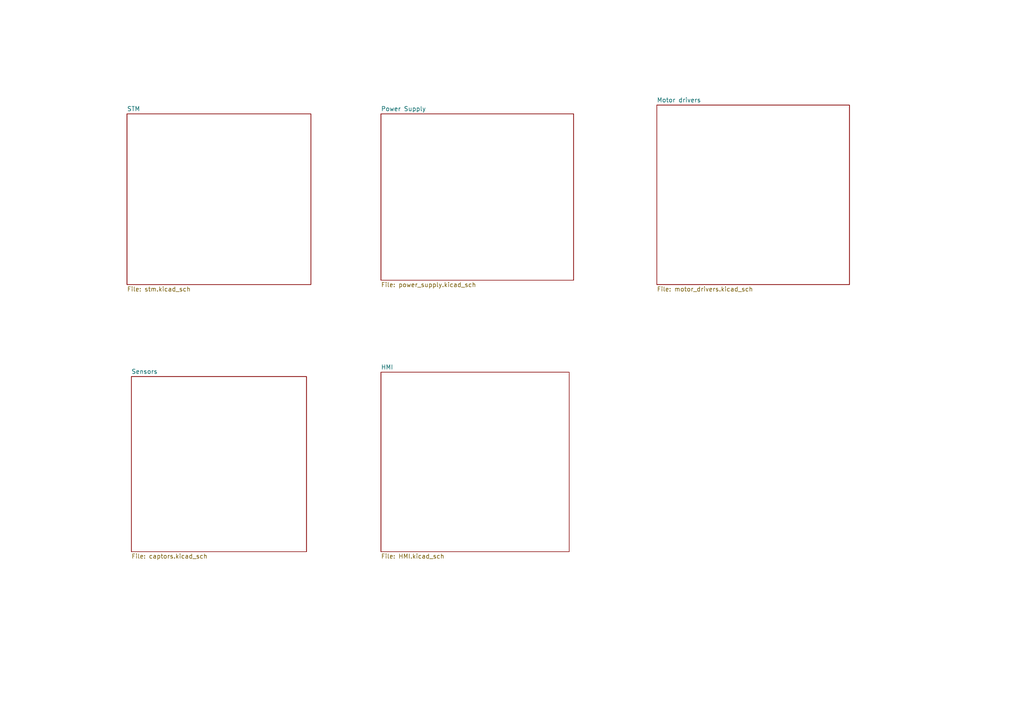
<source format=kicad_sch>
(kicad_sch (version 20230121) (generator eeschema)
  (paper "A4")
  (title_block (title "robot chat") (date "2023-09-19") (rev "1.0") (company "ENSEA"))
  (lib_symbols)
  (sheet (at 190.5 30.48) (size 55.88 52.07) (stroke (width 0.1524))
    (property "Sheetname" "Motor drivers" (at 190.5 29.7684 0) (effects (justify left bottom)))
    (property "Sheetfile" "motor_drivers.kicad_sch" (at 190.5 83.1346 0) (effects (justify left top)))
  )
  (sheet (at 36.83 33.02) (size 53.34 49.53) (stroke (width 0.1524))
    (property "Sheetname" "STM" (at 36.83 32.3084 0) (effects (justify left bottom)))
    (property "Sheetfile" "stm.kicad_sch" (at 36.83 83.1346 0) (effects (justify left top)))
  )
  (sheet (at 110.49 107.95) (size 54.61 52.07) (stroke (width 0.1524))
    (property "Sheetname" "HMI" (at 110.49 107.2384 0) (effects (justify left bottom)))
    (property "Sheetfile" "HMI.kicad_sch" (at 110.49 160.6046 0) (effects (justify left top)))
  )
  (sheet (at 38.1 109.22) (size 50.8 50.8) (stroke (width 0.1524))
    (property "Sheetname" "Sensors" (at 38.1 108.5084 0) (effects (justify left bottom)))
    (property "Sheetfile" "captors.kicad_sch" (at 38.1 160.6046 0) (effects (justify left top)))
  )
  (sheet (at 110.49 33.02) (size 55.88 48.26) (stroke (width 0.1524))
    (property "Sheetname" "Power Supply" (at 110.49 32.3084 0) (effects (justify left bottom)))
    (property "Sheetfile" "power_supply.kicad_sch" (at 110.49 81.8646 0) (effects (justify left top)))
  )
)
</source>
